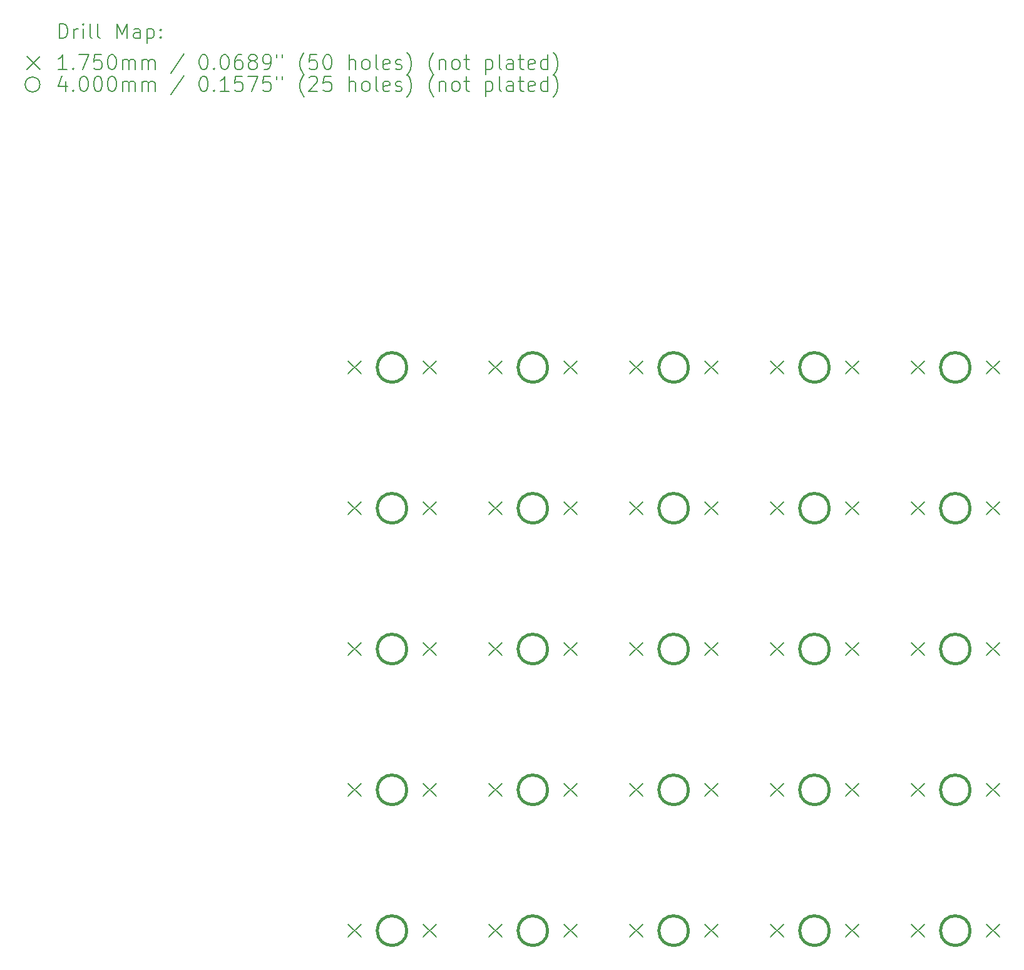
<source format=gbr>
%TF.GenerationSoftware,KiCad,Pcbnew,8.0.6*%
%TF.CreationDate,2024-10-21T09:57:55+07:00*%
%TF.ProjectId,CaiPad25_ESP32,43616950-6164-4323-955f-45535033322e,rev?*%
%TF.SameCoordinates,Original*%
%TF.FileFunction,Drillmap*%
%TF.FilePolarity,Positive*%
%FSLAX45Y45*%
G04 Gerber Fmt 4.5, Leading zero omitted, Abs format (unit mm)*
G04 Created by KiCad (PCBNEW 8.0.6) date 2024-10-21 09:57:55*
%MOMM*%
%LPD*%
G01*
G04 APERTURE LIST*
%ADD10C,0.200000*%
%ADD11C,0.175000*%
%ADD12C,0.400000*%
G04 APERTURE END LIST*
D10*
D11*
X4167000Y-4675000D02*
X4342000Y-4850000D01*
X4342000Y-4675000D02*
X4167000Y-4850000D01*
X4167000Y-6580000D02*
X4342000Y-6755000D01*
X4342000Y-6580000D02*
X4167000Y-6755000D01*
X4167000Y-8485000D02*
X4342000Y-8660000D01*
X4342000Y-8485000D02*
X4167000Y-8660000D01*
X4167000Y-10390000D02*
X4342000Y-10565000D01*
X4342000Y-10390000D02*
X4167000Y-10565000D01*
X4167000Y-12295000D02*
X4342000Y-12470000D01*
X4342000Y-12295000D02*
X4167000Y-12470000D01*
X5183000Y-4675000D02*
X5358000Y-4850000D01*
X5358000Y-4675000D02*
X5183000Y-4850000D01*
X5183000Y-6580000D02*
X5358000Y-6755000D01*
X5358000Y-6580000D02*
X5183000Y-6755000D01*
X5183000Y-8485000D02*
X5358000Y-8660000D01*
X5358000Y-8485000D02*
X5183000Y-8660000D01*
X5183000Y-10390000D02*
X5358000Y-10565000D01*
X5358000Y-10390000D02*
X5183000Y-10565000D01*
X5183000Y-12295000D02*
X5358000Y-12470000D01*
X5358000Y-12295000D02*
X5183000Y-12470000D01*
X6072000Y-4675000D02*
X6247000Y-4850000D01*
X6247000Y-4675000D02*
X6072000Y-4850000D01*
X6072000Y-6580000D02*
X6247000Y-6755000D01*
X6247000Y-6580000D02*
X6072000Y-6755000D01*
X6072000Y-8485000D02*
X6247000Y-8660000D01*
X6247000Y-8485000D02*
X6072000Y-8660000D01*
X6072000Y-10390000D02*
X6247000Y-10565000D01*
X6247000Y-10390000D02*
X6072000Y-10565000D01*
X6072000Y-12295000D02*
X6247000Y-12470000D01*
X6247000Y-12295000D02*
X6072000Y-12470000D01*
X7088000Y-4675000D02*
X7263000Y-4850000D01*
X7263000Y-4675000D02*
X7088000Y-4850000D01*
X7088000Y-6580000D02*
X7263000Y-6755000D01*
X7263000Y-6580000D02*
X7088000Y-6755000D01*
X7088000Y-8485000D02*
X7263000Y-8660000D01*
X7263000Y-8485000D02*
X7088000Y-8660000D01*
X7088000Y-10390000D02*
X7263000Y-10565000D01*
X7263000Y-10390000D02*
X7088000Y-10565000D01*
X7088000Y-12295000D02*
X7263000Y-12470000D01*
X7263000Y-12295000D02*
X7088000Y-12470000D01*
X7977000Y-4675000D02*
X8152000Y-4850000D01*
X8152000Y-4675000D02*
X7977000Y-4850000D01*
X7977000Y-6580000D02*
X8152000Y-6755000D01*
X8152000Y-6580000D02*
X7977000Y-6755000D01*
X7977000Y-8485000D02*
X8152000Y-8660000D01*
X8152000Y-8485000D02*
X7977000Y-8660000D01*
X7977000Y-10390000D02*
X8152000Y-10565000D01*
X8152000Y-10390000D02*
X7977000Y-10565000D01*
X7977000Y-12295000D02*
X8152000Y-12470000D01*
X8152000Y-12295000D02*
X7977000Y-12470000D01*
X8993000Y-4675000D02*
X9168000Y-4850000D01*
X9168000Y-4675000D02*
X8993000Y-4850000D01*
X8993000Y-6580000D02*
X9168000Y-6755000D01*
X9168000Y-6580000D02*
X8993000Y-6755000D01*
X8993000Y-8485000D02*
X9168000Y-8660000D01*
X9168000Y-8485000D02*
X8993000Y-8660000D01*
X8993000Y-10390000D02*
X9168000Y-10565000D01*
X9168000Y-10390000D02*
X8993000Y-10565000D01*
X8993000Y-12295000D02*
X9168000Y-12470000D01*
X9168000Y-12295000D02*
X8993000Y-12470000D01*
X9882000Y-4675000D02*
X10057000Y-4850000D01*
X10057000Y-4675000D02*
X9882000Y-4850000D01*
X9882000Y-6580000D02*
X10057000Y-6755000D01*
X10057000Y-6580000D02*
X9882000Y-6755000D01*
X9882000Y-8485000D02*
X10057000Y-8660000D01*
X10057000Y-8485000D02*
X9882000Y-8660000D01*
X9882000Y-10390000D02*
X10057000Y-10565000D01*
X10057000Y-10390000D02*
X9882000Y-10565000D01*
X9882000Y-12295000D02*
X10057000Y-12470000D01*
X10057000Y-12295000D02*
X9882000Y-12470000D01*
X10898000Y-4675000D02*
X11073000Y-4850000D01*
X11073000Y-4675000D02*
X10898000Y-4850000D01*
X10898000Y-6580000D02*
X11073000Y-6755000D01*
X11073000Y-6580000D02*
X10898000Y-6755000D01*
X10898000Y-8485000D02*
X11073000Y-8660000D01*
X11073000Y-8485000D02*
X10898000Y-8660000D01*
X10898000Y-10390000D02*
X11073000Y-10565000D01*
X11073000Y-10390000D02*
X10898000Y-10565000D01*
X10898000Y-12295000D02*
X11073000Y-12470000D01*
X11073000Y-12295000D02*
X10898000Y-12470000D01*
X11787000Y-4675000D02*
X11962000Y-4850000D01*
X11962000Y-4675000D02*
X11787000Y-4850000D01*
X11787000Y-6580000D02*
X11962000Y-6755000D01*
X11962000Y-6580000D02*
X11787000Y-6755000D01*
X11787000Y-8485000D02*
X11962000Y-8660000D01*
X11962000Y-8485000D02*
X11787000Y-8660000D01*
X11787000Y-10390000D02*
X11962000Y-10565000D01*
X11962000Y-10390000D02*
X11787000Y-10565000D01*
X11787000Y-12295000D02*
X11962000Y-12470000D01*
X11962000Y-12295000D02*
X11787000Y-12470000D01*
X12803000Y-4675000D02*
X12978000Y-4850000D01*
X12978000Y-4675000D02*
X12803000Y-4850000D01*
X12803000Y-6580000D02*
X12978000Y-6755000D01*
X12978000Y-6580000D02*
X12803000Y-6755000D01*
X12803000Y-8485000D02*
X12978000Y-8660000D01*
X12978000Y-8485000D02*
X12803000Y-8660000D01*
X12803000Y-10390000D02*
X12978000Y-10565000D01*
X12978000Y-10390000D02*
X12803000Y-10565000D01*
X12803000Y-12295000D02*
X12978000Y-12470000D01*
X12978000Y-12295000D02*
X12803000Y-12470000D01*
D12*
X4962500Y-4762500D02*
G75*
G02*
X4562500Y-4762500I-200000J0D01*
G01*
X4562500Y-4762500D02*
G75*
G02*
X4962500Y-4762500I200000J0D01*
G01*
X4962500Y-6667500D02*
G75*
G02*
X4562500Y-6667500I-200000J0D01*
G01*
X4562500Y-6667500D02*
G75*
G02*
X4962500Y-6667500I200000J0D01*
G01*
X4962500Y-8572500D02*
G75*
G02*
X4562500Y-8572500I-200000J0D01*
G01*
X4562500Y-8572500D02*
G75*
G02*
X4962500Y-8572500I200000J0D01*
G01*
X4962500Y-10477500D02*
G75*
G02*
X4562500Y-10477500I-200000J0D01*
G01*
X4562500Y-10477500D02*
G75*
G02*
X4962500Y-10477500I200000J0D01*
G01*
X4962500Y-12382500D02*
G75*
G02*
X4562500Y-12382500I-200000J0D01*
G01*
X4562500Y-12382500D02*
G75*
G02*
X4962500Y-12382500I200000J0D01*
G01*
X6867500Y-4762500D02*
G75*
G02*
X6467500Y-4762500I-200000J0D01*
G01*
X6467500Y-4762500D02*
G75*
G02*
X6867500Y-4762500I200000J0D01*
G01*
X6867500Y-6667500D02*
G75*
G02*
X6467500Y-6667500I-200000J0D01*
G01*
X6467500Y-6667500D02*
G75*
G02*
X6867500Y-6667500I200000J0D01*
G01*
X6867500Y-8572500D02*
G75*
G02*
X6467500Y-8572500I-200000J0D01*
G01*
X6467500Y-8572500D02*
G75*
G02*
X6867500Y-8572500I200000J0D01*
G01*
X6867500Y-10477500D02*
G75*
G02*
X6467500Y-10477500I-200000J0D01*
G01*
X6467500Y-10477500D02*
G75*
G02*
X6867500Y-10477500I200000J0D01*
G01*
X6867500Y-12382500D02*
G75*
G02*
X6467500Y-12382500I-200000J0D01*
G01*
X6467500Y-12382500D02*
G75*
G02*
X6867500Y-12382500I200000J0D01*
G01*
X8772500Y-4762500D02*
G75*
G02*
X8372500Y-4762500I-200000J0D01*
G01*
X8372500Y-4762500D02*
G75*
G02*
X8772500Y-4762500I200000J0D01*
G01*
X8772500Y-6667500D02*
G75*
G02*
X8372500Y-6667500I-200000J0D01*
G01*
X8372500Y-6667500D02*
G75*
G02*
X8772500Y-6667500I200000J0D01*
G01*
X8772500Y-8572500D02*
G75*
G02*
X8372500Y-8572500I-200000J0D01*
G01*
X8372500Y-8572500D02*
G75*
G02*
X8772500Y-8572500I200000J0D01*
G01*
X8772500Y-10477500D02*
G75*
G02*
X8372500Y-10477500I-200000J0D01*
G01*
X8372500Y-10477500D02*
G75*
G02*
X8772500Y-10477500I200000J0D01*
G01*
X8772500Y-12382500D02*
G75*
G02*
X8372500Y-12382500I-200000J0D01*
G01*
X8372500Y-12382500D02*
G75*
G02*
X8772500Y-12382500I200000J0D01*
G01*
X10677500Y-4762500D02*
G75*
G02*
X10277500Y-4762500I-200000J0D01*
G01*
X10277500Y-4762500D02*
G75*
G02*
X10677500Y-4762500I200000J0D01*
G01*
X10677500Y-6667500D02*
G75*
G02*
X10277500Y-6667500I-200000J0D01*
G01*
X10277500Y-6667500D02*
G75*
G02*
X10677500Y-6667500I200000J0D01*
G01*
X10677500Y-8572500D02*
G75*
G02*
X10277500Y-8572500I-200000J0D01*
G01*
X10277500Y-8572500D02*
G75*
G02*
X10677500Y-8572500I200000J0D01*
G01*
X10677500Y-10477500D02*
G75*
G02*
X10277500Y-10477500I-200000J0D01*
G01*
X10277500Y-10477500D02*
G75*
G02*
X10677500Y-10477500I200000J0D01*
G01*
X10677500Y-12382500D02*
G75*
G02*
X10277500Y-12382500I-200000J0D01*
G01*
X10277500Y-12382500D02*
G75*
G02*
X10677500Y-12382500I200000J0D01*
G01*
X12582500Y-4762500D02*
G75*
G02*
X12182500Y-4762500I-200000J0D01*
G01*
X12182500Y-4762500D02*
G75*
G02*
X12582500Y-4762500I200000J0D01*
G01*
X12582500Y-6667500D02*
G75*
G02*
X12182500Y-6667500I-200000J0D01*
G01*
X12182500Y-6667500D02*
G75*
G02*
X12582500Y-6667500I200000J0D01*
G01*
X12582500Y-8572500D02*
G75*
G02*
X12182500Y-8572500I-200000J0D01*
G01*
X12182500Y-8572500D02*
G75*
G02*
X12582500Y-8572500I200000J0D01*
G01*
X12582500Y-10477500D02*
G75*
G02*
X12182500Y-10477500I-200000J0D01*
G01*
X12182500Y-10477500D02*
G75*
G02*
X12582500Y-10477500I200000J0D01*
G01*
X12582500Y-12382500D02*
G75*
G02*
X12182500Y-12382500I-200000J0D01*
G01*
X12182500Y-12382500D02*
G75*
G02*
X12582500Y-12382500I200000J0D01*
G01*
D10*
X260777Y-311484D02*
X260777Y-111484D01*
X260777Y-111484D02*
X308396Y-111484D01*
X308396Y-111484D02*
X336967Y-121008D01*
X336967Y-121008D02*
X356015Y-140055D01*
X356015Y-140055D02*
X365539Y-159103D01*
X365539Y-159103D02*
X375062Y-197198D01*
X375062Y-197198D02*
X375062Y-225769D01*
X375062Y-225769D02*
X365539Y-263865D01*
X365539Y-263865D02*
X356015Y-282912D01*
X356015Y-282912D02*
X336967Y-301960D01*
X336967Y-301960D02*
X308396Y-311484D01*
X308396Y-311484D02*
X260777Y-311484D01*
X460777Y-311484D02*
X460777Y-178150D01*
X460777Y-216246D02*
X470301Y-197198D01*
X470301Y-197198D02*
X479824Y-187674D01*
X479824Y-187674D02*
X498872Y-178150D01*
X498872Y-178150D02*
X517920Y-178150D01*
X584586Y-311484D02*
X584586Y-178150D01*
X584586Y-111484D02*
X575063Y-121008D01*
X575063Y-121008D02*
X584586Y-130531D01*
X584586Y-130531D02*
X594110Y-121008D01*
X594110Y-121008D02*
X584586Y-111484D01*
X584586Y-111484D02*
X584586Y-130531D01*
X708396Y-311484D02*
X689348Y-301960D01*
X689348Y-301960D02*
X679824Y-282912D01*
X679824Y-282912D02*
X679824Y-111484D01*
X813158Y-311484D02*
X794110Y-301960D01*
X794110Y-301960D02*
X784586Y-282912D01*
X784586Y-282912D02*
X784586Y-111484D01*
X1041729Y-311484D02*
X1041729Y-111484D01*
X1041729Y-111484D02*
X1108396Y-254341D01*
X1108396Y-254341D02*
X1175063Y-111484D01*
X1175063Y-111484D02*
X1175063Y-311484D01*
X1356015Y-311484D02*
X1356015Y-206722D01*
X1356015Y-206722D02*
X1346491Y-187674D01*
X1346491Y-187674D02*
X1327444Y-178150D01*
X1327444Y-178150D02*
X1289348Y-178150D01*
X1289348Y-178150D02*
X1270301Y-187674D01*
X1356015Y-301960D02*
X1336967Y-311484D01*
X1336967Y-311484D02*
X1289348Y-311484D01*
X1289348Y-311484D02*
X1270301Y-301960D01*
X1270301Y-301960D02*
X1260777Y-282912D01*
X1260777Y-282912D02*
X1260777Y-263865D01*
X1260777Y-263865D02*
X1270301Y-244817D01*
X1270301Y-244817D02*
X1289348Y-235293D01*
X1289348Y-235293D02*
X1336967Y-235293D01*
X1336967Y-235293D02*
X1356015Y-225769D01*
X1451253Y-178150D02*
X1451253Y-378150D01*
X1451253Y-187674D02*
X1470301Y-178150D01*
X1470301Y-178150D02*
X1508396Y-178150D01*
X1508396Y-178150D02*
X1527443Y-187674D01*
X1527443Y-187674D02*
X1536967Y-197198D01*
X1536967Y-197198D02*
X1546491Y-216246D01*
X1546491Y-216246D02*
X1546491Y-273389D01*
X1546491Y-273389D02*
X1536967Y-292436D01*
X1536967Y-292436D02*
X1527443Y-301960D01*
X1527443Y-301960D02*
X1508396Y-311484D01*
X1508396Y-311484D02*
X1470301Y-311484D01*
X1470301Y-311484D02*
X1451253Y-301960D01*
X1632205Y-292436D02*
X1641729Y-301960D01*
X1641729Y-301960D02*
X1632205Y-311484D01*
X1632205Y-311484D02*
X1622682Y-301960D01*
X1622682Y-301960D02*
X1632205Y-292436D01*
X1632205Y-292436D02*
X1632205Y-311484D01*
X1632205Y-187674D02*
X1641729Y-197198D01*
X1641729Y-197198D02*
X1632205Y-206722D01*
X1632205Y-206722D02*
X1622682Y-197198D01*
X1622682Y-197198D02*
X1632205Y-187674D01*
X1632205Y-187674D02*
X1632205Y-206722D01*
D11*
X-175000Y-552500D02*
X0Y-727500D01*
X0Y-552500D02*
X-175000Y-727500D01*
D10*
X365539Y-731484D02*
X251253Y-731484D01*
X308396Y-731484D02*
X308396Y-531484D01*
X308396Y-531484D02*
X289348Y-560055D01*
X289348Y-560055D02*
X270301Y-579103D01*
X270301Y-579103D02*
X251253Y-588627D01*
X451253Y-712436D02*
X460777Y-721960D01*
X460777Y-721960D02*
X451253Y-731484D01*
X451253Y-731484D02*
X441729Y-721960D01*
X441729Y-721960D02*
X451253Y-712436D01*
X451253Y-712436D02*
X451253Y-731484D01*
X527444Y-531484D02*
X660777Y-531484D01*
X660777Y-531484D02*
X575063Y-731484D01*
X832205Y-531484D02*
X736967Y-531484D01*
X736967Y-531484D02*
X727443Y-626722D01*
X727443Y-626722D02*
X736967Y-617198D01*
X736967Y-617198D02*
X756015Y-607674D01*
X756015Y-607674D02*
X803634Y-607674D01*
X803634Y-607674D02*
X822682Y-617198D01*
X822682Y-617198D02*
X832205Y-626722D01*
X832205Y-626722D02*
X841729Y-645770D01*
X841729Y-645770D02*
X841729Y-693389D01*
X841729Y-693389D02*
X832205Y-712436D01*
X832205Y-712436D02*
X822682Y-721960D01*
X822682Y-721960D02*
X803634Y-731484D01*
X803634Y-731484D02*
X756015Y-731484D01*
X756015Y-731484D02*
X736967Y-721960D01*
X736967Y-721960D02*
X727443Y-712436D01*
X965539Y-531484D02*
X984586Y-531484D01*
X984586Y-531484D02*
X1003634Y-541008D01*
X1003634Y-541008D02*
X1013158Y-550531D01*
X1013158Y-550531D02*
X1022682Y-569579D01*
X1022682Y-569579D02*
X1032205Y-607674D01*
X1032205Y-607674D02*
X1032205Y-655293D01*
X1032205Y-655293D02*
X1022682Y-693389D01*
X1022682Y-693389D02*
X1013158Y-712436D01*
X1013158Y-712436D02*
X1003634Y-721960D01*
X1003634Y-721960D02*
X984586Y-731484D01*
X984586Y-731484D02*
X965539Y-731484D01*
X965539Y-731484D02*
X946491Y-721960D01*
X946491Y-721960D02*
X936967Y-712436D01*
X936967Y-712436D02*
X927443Y-693389D01*
X927443Y-693389D02*
X917920Y-655293D01*
X917920Y-655293D02*
X917920Y-607674D01*
X917920Y-607674D02*
X927443Y-569579D01*
X927443Y-569579D02*
X936967Y-550531D01*
X936967Y-550531D02*
X946491Y-541008D01*
X946491Y-541008D02*
X965539Y-531484D01*
X1117920Y-731484D02*
X1117920Y-598150D01*
X1117920Y-617198D02*
X1127444Y-607674D01*
X1127444Y-607674D02*
X1146491Y-598150D01*
X1146491Y-598150D02*
X1175063Y-598150D01*
X1175063Y-598150D02*
X1194110Y-607674D01*
X1194110Y-607674D02*
X1203634Y-626722D01*
X1203634Y-626722D02*
X1203634Y-731484D01*
X1203634Y-626722D02*
X1213158Y-607674D01*
X1213158Y-607674D02*
X1232205Y-598150D01*
X1232205Y-598150D02*
X1260777Y-598150D01*
X1260777Y-598150D02*
X1279825Y-607674D01*
X1279825Y-607674D02*
X1289348Y-626722D01*
X1289348Y-626722D02*
X1289348Y-731484D01*
X1384586Y-731484D02*
X1384586Y-598150D01*
X1384586Y-617198D02*
X1394110Y-607674D01*
X1394110Y-607674D02*
X1413158Y-598150D01*
X1413158Y-598150D02*
X1441729Y-598150D01*
X1441729Y-598150D02*
X1460777Y-607674D01*
X1460777Y-607674D02*
X1470301Y-626722D01*
X1470301Y-626722D02*
X1470301Y-731484D01*
X1470301Y-626722D02*
X1479824Y-607674D01*
X1479824Y-607674D02*
X1498872Y-598150D01*
X1498872Y-598150D02*
X1527443Y-598150D01*
X1527443Y-598150D02*
X1546491Y-607674D01*
X1546491Y-607674D02*
X1556015Y-626722D01*
X1556015Y-626722D02*
X1556015Y-731484D01*
X1946491Y-521960D02*
X1775063Y-779103D01*
X2203634Y-531484D02*
X2222682Y-531484D01*
X2222682Y-531484D02*
X2241729Y-541008D01*
X2241729Y-541008D02*
X2251253Y-550531D01*
X2251253Y-550531D02*
X2260777Y-569579D01*
X2260777Y-569579D02*
X2270301Y-607674D01*
X2270301Y-607674D02*
X2270301Y-655293D01*
X2270301Y-655293D02*
X2260777Y-693389D01*
X2260777Y-693389D02*
X2251253Y-712436D01*
X2251253Y-712436D02*
X2241729Y-721960D01*
X2241729Y-721960D02*
X2222682Y-731484D01*
X2222682Y-731484D02*
X2203634Y-731484D01*
X2203634Y-731484D02*
X2184587Y-721960D01*
X2184587Y-721960D02*
X2175063Y-712436D01*
X2175063Y-712436D02*
X2165539Y-693389D01*
X2165539Y-693389D02*
X2156015Y-655293D01*
X2156015Y-655293D02*
X2156015Y-607674D01*
X2156015Y-607674D02*
X2165539Y-569579D01*
X2165539Y-569579D02*
X2175063Y-550531D01*
X2175063Y-550531D02*
X2184587Y-541008D01*
X2184587Y-541008D02*
X2203634Y-531484D01*
X2356015Y-712436D02*
X2365539Y-721960D01*
X2365539Y-721960D02*
X2356015Y-731484D01*
X2356015Y-731484D02*
X2346491Y-721960D01*
X2346491Y-721960D02*
X2356015Y-712436D01*
X2356015Y-712436D02*
X2356015Y-731484D01*
X2489348Y-531484D02*
X2508396Y-531484D01*
X2508396Y-531484D02*
X2527444Y-541008D01*
X2527444Y-541008D02*
X2536968Y-550531D01*
X2536968Y-550531D02*
X2546491Y-569579D01*
X2546491Y-569579D02*
X2556015Y-607674D01*
X2556015Y-607674D02*
X2556015Y-655293D01*
X2556015Y-655293D02*
X2546491Y-693389D01*
X2546491Y-693389D02*
X2536968Y-712436D01*
X2536968Y-712436D02*
X2527444Y-721960D01*
X2527444Y-721960D02*
X2508396Y-731484D01*
X2508396Y-731484D02*
X2489348Y-731484D01*
X2489348Y-731484D02*
X2470301Y-721960D01*
X2470301Y-721960D02*
X2460777Y-712436D01*
X2460777Y-712436D02*
X2451253Y-693389D01*
X2451253Y-693389D02*
X2441729Y-655293D01*
X2441729Y-655293D02*
X2441729Y-607674D01*
X2441729Y-607674D02*
X2451253Y-569579D01*
X2451253Y-569579D02*
X2460777Y-550531D01*
X2460777Y-550531D02*
X2470301Y-541008D01*
X2470301Y-541008D02*
X2489348Y-531484D01*
X2727444Y-531484D02*
X2689348Y-531484D01*
X2689348Y-531484D02*
X2670301Y-541008D01*
X2670301Y-541008D02*
X2660777Y-550531D01*
X2660777Y-550531D02*
X2641729Y-579103D01*
X2641729Y-579103D02*
X2632206Y-617198D01*
X2632206Y-617198D02*
X2632206Y-693389D01*
X2632206Y-693389D02*
X2641729Y-712436D01*
X2641729Y-712436D02*
X2651253Y-721960D01*
X2651253Y-721960D02*
X2670301Y-731484D01*
X2670301Y-731484D02*
X2708396Y-731484D01*
X2708396Y-731484D02*
X2727444Y-721960D01*
X2727444Y-721960D02*
X2736968Y-712436D01*
X2736968Y-712436D02*
X2746491Y-693389D01*
X2746491Y-693389D02*
X2746491Y-645770D01*
X2746491Y-645770D02*
X2736968Y-626722D01*
X2736968Y-626722D02*
X2727444Y-617198D01*
X2727444Y-617198D02*
X2708396Y-607674D01*
X2708396Y-607674D02*
X2670301Y-607674D01*
X2670301Y-607674D02*
X2651253Y-617198D01*
X2651253Y-617198D02*
X2641729Y-626722D01*
X2641729Y-626722D02*
X2632206Y-645770D01*
X2860777Y-617198D02*
X2841729Y-607674D01*
X2841729Y-607674D02*
X2832206Y-598150D01*
X2832206Y-598150D02*
X2822682Y-579103D01*
X2822682Y-579103D02*
X2822682Y-569579D01*
X2822682Y-569579D02*
X2832206Y-550531D01*
X2832206Y-550531D02*
X2841729Y-541008D01*
X2841729Y-541008D02*
X2860777Y-531484D01*
X2860777Y-531484D02*
X2898872Y-531484D01*
X2898872Y-531484D02*
X2917920Y-541008D01*
X2917920Y-541008D02*
X2927444Y-550531D01*
X2927444Y-550531D02*
X2936967Y-569579D01*
X2936967Y-569579D02*
X2936967Y-579103D01*
X2936967Y-579103D02*
X2927444Y-598150D01*
X2927444Y-598150D02*
X2917920Y-607674D01*
X2917920Y-607674D02*
X2898872Y-617198D01*
X2898872Y-617198D02*
X2860777Y-617198D01*
X2860777Y-617198D02*
X2841729Y-626722D01*
X2841729Y-626722D02*
X2832206Y-636246D01*
X2832206Y-636246D02*
X2822682Y-655293D01*
X2822682Y-655293D02*
X2822682Y-693389D01*
X2822682Y-693389D02*
X2832206Y-712436D01*
X2832206Y-712436D02*
X2841729Y-721960D01*
X2841729Y-721960D02*
X2860777Y-731484D01*
X2860777Y-731484D02*
X2898872Y-731484D01*
X2898872Y-731484D02*
X2917920Y-721960D01*
X2917920Y-721960D02*
X2927444Y-712436D01*
X2927444Y-712436D02*
X2936967Y-693389D01*
X2936967Y-693389D02*
X2936967Y-655293D01*
X2936967Y-655293D02*
X2927444Y-636246D01*
X2927444Y-636246D02*
X2917920Y-626722D01*
X2917920Y-626722D02*
X2898872Y-617198D01*
X3032206Y-731484D02*
X3070301Y-731484D01*
X3070301Y-731484D02*
X3089348Y-721960D01*
X3089348Y-721960D02*
X3098872Y-712436D01*
X3098872Y-712436D02*
X3117920Y-683865D01*
X3117920Y-683865D02*
X3127444Y-645770D01*
X3127444Y-645770D02*
X3127444Y-569579D01*
X3127444Y-569579D02*
X3117920Y-550531D01*
X3117920Y-550531D02*
X3108396Y-541008D01*
X3108396Y-541008D02*
X3089348Y-531484D01*
X3089348Y-531484D02*
X3051253Y-531484D01*
X3051253Y-531484D02*
X3032206Y-541008D01*
X3032206Y-541008D02*
X3022682Y-550531D01*
X3022682Y-550531D02*
X3013158Y-569579D01*
X3013158Y-569579D02*
X3013158Y-617198D01*
X3013158Y-617198D02*
X3022682Y-636246D01*
X3022682Y-636246D02*
X3032206Y-645770D01*
X3032206Y-645770D02*
X3051253Y-655293D01*
X3051253Y-655293D02*
X3089348Y-655293D01*
X3089348Y-655293D02*
X3108396Y-645770D01*
X3108396Y-645770D02*
X3117920Y-636246D01*
X3117920Y-636246D02*
X3127444Y-617198D01*
X3203634Y-531484D02*
X3203634Y-569579D01*
X3279825Y-531484D02*
X3279825Y-569579D01*
X3575063Y-807674D02*
X3565539Y-798150D01*
X3565539Y-798150D02*
X3546491Y-769579D01*
X3546491Y-769579D02*
X3536968Y-750531D01*
X3536968Y-750531D02*
X3527444Y-721960D01*
X3527444Y-721960D02*
X3517920Y-674341D01*
X3517920Y-674341D02*
X3517920Y-636246D01*
X3517920Y-636246D02*
X3527444Y-588627D01*
X3527444Y-588627D02*
X3536968Y-560055D01*
X3536968Y-560055D02*
X3546491Y-541008D01*
X3546491Y-541008D02*
X3565539Y-512436D01*
X3565539Y-512436D02*
X3575063Y-502912D01*
X3746491Y-531484D02*
X3651253Y-531484D01*
X3651253Y-531484D02*
X3641729Y-626722D01*
X3641729Y-626722D02*
X3651253Y-617198D01*
X3651253Y-617198D02*
X3670301Y-607674D01*
X3670301Y-607674D02*
X3717920Y-607674D01*
X3717920Y-607674D02*
X3736968Y-617198D01*
X3736968Y-617198D02*
X3746491Y-626722D01*
X3746491Y-626722D02*
X3756015Y-645770D01*
X3756015Y-645770D02*
X3756015Y-693389D01*
X3756015Y-693389D02*
X3746491Y-712436D01*
X3746491Y-712436D02*
X3736968Y-721960D01*
X3736968Y-721960D02*
X3717920Y-731484D01*
X3717920Y-731484D02*
X3670301Y-731484D01*
X3670301Y-731484D02*
X3651253Y-721960D01*
X3651253Y-721960D02*
X3641729Y-712436D01*
X3879825Y-531484D02*
X3898872Y-531484D01*
X3898872Y-531484D02*
X3917920Y-541008D01*
X3917920Y-541008D02*
X3927444Y-550531D01*
X3927444Y-550531D02*
X3936968Y-569579D01*
X3936968Y-569579D02*
X3946491Y-607674D01*
X3946491Y-607674D02*
X3946491Y-655293D01*
X3946491Y-655293D02*
X3936968Y-693389D01*
X3936968Y-693389D02*
X3927444Y-712436D01*
X3927444Y-712436D02*
X3917920Y-721960D01*
X3917920Y-721960D02*
X3898872Y-731484D01*
X3898872Y-731484D02*
X3879825Y-731484D01*
X3879825Y-731484D02*
X3860777Y-721960D01*
X3860777Y-721960D02*
X3851253Y-712436D01*
X3851253Y-712436D02*
X3841729Y-693389D01*
X3841729Y-693389D02*
X3832206Y-655293D01*
X3832206Y-655293D02*
X3832206Y-607674D01*
X3832206Y-607674D02*
X3841729Y-569579D01*
X3841729Y-569579D02*
X3851253Y-550531D01*
X3851253Y-550531D02*
X3860777Y-541008D01*
X3860777Y-541008D02*
X3879825Y-531484D01*
X4184587Y-731484D02*
X4184587Y-531484D01*
X4270301Y-731484D02*
X4270301Y-626722D01*
X4270301Y-626722D02*
X4260777Y-607674D01*
X4260777Y-607674D02*
X4241730Y-598150D01*
X4241730Y-598150D02*
X4213158Y-598150D01*
X4213158Y-598150D02*
X4194110Y-607674D01*
X4194110Y-607674D02*
X4184587Y-617198D01*
X4394111Y-731484D02*
X4375063Y-721960D01*
X4375063Y-721960D02*
X4365539Y-712436D01*
X4365539Y-712436D02*
X4356015Y-693389D01*
X4356015Y-693389D02*
X4356015Y-636246D01*
X4356015Y-636246D02*
X4365539Y-617198D01*
X4365539Y-617198D02*
X4375063Y-607674D01*
X4375063Y-607674D02*
X4394111Y-598150D01*
X4394111Y-598150D02*
X4422682Y-598150D01*
X4422682Y-598150D02*
X4441730Y-607674D01*
X4441730Y-607674D02*
X4451253Y-617198D01*
X4451253Y-617198D02*
X4460777Y-636246D01*
X4460777Y-636246D02*
X4460777Y-693389D01*
X4460777Y-693389D02*
X4451253Y-712436D01*
X4451253Y-712436D02*
X4441730Y-721960D01*
X4441730Y-721960D02*
X4422682Y-731484D01*
X4422682Y-731484D02*
X4394111Y-731484D01*
X4575063Y-731484D02*
X4556015Y-721960D01*
X4556015Y-721960D02*
X4546492Y-702912D01*
X4546492Y-702912D02*
X4546492Y-531484D01*
X4727444Y-721960D02*
X4708396Y-731484D01*
X4708396Y-731484D02*
X4670301Y-731484D01*
X4670301Y-731484D02*
X4651253Y-721960D01*
X4651253Y-721960D02*
X4641730Y-702912D01*
X4641730Y-702912D02*
X4641730Y-626722D01*
X4641730Y-626722D02*
X4651253Y-607674D01*
X4651253Y-607674D02*
X4670301Y-598150D01*
X4670301Y-598150D02*
X4708396Y-598150D01*
X4708396Y-598150D02*
X4727444Y-607674D01*
X4727444Y-607674D02*
X4736968Y-626722D01*
X4736968Y-626722D02*
X4736968Y-645770D01*
X4736968Y-645770D02*
X4641730Y-664817D01*
X4813158Y-721960D02*
X4832206Y-731484D01*
X4832206Y-731484D02*
X4870301Y-731484D01*
X4870301Y-731484D02*
X4889349Y-721960D01*
X4889349Y-721960D02*
X4898873Y-702912D01*
X4898873Y-702912D02*
X4898873Y-693389D01*
X4898873Y-693389D02*
X4889349Y-674341D01*
X4889349Y-674341D02*
X4870301Y-664817D01*
X4870301Y-664817D02*
X4841730Y-664817D01*
X4841730Y-664817D02*
X4822682Y-655293D01*
X4822682Y-655293D02*
X4813158Y-636246D01*
X4813158Y-636246D02*
X4813158Y-626722D01*
X4813158Y-626722D02*
X4822682Y-607674D01*
X4822682Y-607674D02*
X4841730Y-598150D01*
X4841730Y-598150D02*
X4870301Y-598150D01*
X4870301Y-598150D02*
X4889349Y-607674D01*
X4965539Y-807674D02*
X4975063Y-798150D01*
X4975063Y-798150D02*
X4994111Y-769579D01*
X4994111Y-769579D02*
X5003634Y-750531D01*
X5003634Y-750531D02*
X5013158Y-721960D01*
X5013158Y-721960D02*
X5022682Y-674341D01*
X5022682Y-674341D02*
X5022682Y-636246D01*
X5022682Y-636246D02*
X5013158Y-588627D01*
X5013158Y-588627D02*
X5003634Y-560055D01*
X5003634Y-560055D02*
X4994111Y-541008D01*
X4994111Y-541008D02*
X4975063Y-512436D01*
X4975063Y-512436D02*
X4965539Y-502912D01*
X5327444Y-807674D02*
X5317920Y-798150D01*
X5317920Y-798150D02*
X5298873Y-769579D01*
X5298873Y-769579D02*
X5289349Y-750531D01*
X5289349Y-750531D02*
X5279825Y-721960D01*
X5279825Y-721960D02*
X5270301Y-674341D01*
X5270301Y-674341D02*
X5270301Y-636246D01*
X5270301Y-636246D02*
X5279825Y-588627D01*
X5279825Y-588627D02*
X5289349Y-560055D01*
X5289349Y-560055D02*
X5298873Y-541008D01*
X5298873Y-541008D02*
X5317920Y-512436D01*
X5317920Y-512436D02*
X5327444Y-502912D01*
X5403634Y-598150D02*
X5403634Y-731484D01*
X5403634Y-617198D02*
X5413158Y-607674D01*
X5413158Y-607674D02*
X5432206Y-598150D01*
X5432206Y-598150D02*
X5460777Y-598150D01*
X5460777Y-598150D02*
X5479825Y-607674D01*
X5479825Y-607674D02*
X5489349Y-626722D01*
X5489349Y-626722D02*
X5489349Y-731484D01*
X5613158Y-731484D02*
X5594111Y-721960D01*
X5594111Y-721960D02*
X5584587Y-712436D01*
X5584587Y-712436D02*
X5575063Y-693389D01*
X5575063Y-693389D02*
X5575063Y-636246D01*
X5575063Y-636246D02*
X5584587Y-617198D01*
X5584587Y-617198D02*
X5594111Y-607674D01*
X5594111Y-607674D02*
X5613158Y-598150D01*
X5613158Y-598150D02*
X5641730Y-598150D01*
X5641730Y-598150D02*
X5660777Y-607674D01*
X5660777Y-607674D02*
X5670301Y-617198D01*
X5670301Y-617198D02*
X5679825Y-636246D01*
X5679825Y-636246D02*
X5679825Y-693389D01*
X5679825Y-693389D02*
X5670301Y-712436D01*
X5670301Y-712436D02*
X5660777Y-721960D01*
X5660777Y-721960D02*
X5641730Y-731484D01*
X5641730Y-731484D02*
X5613158Y-731484D01*
X5736968Y-598150D02*
X5813158Y-598150D01*
X5765539Y-531484D02*
X5765539Y-702912D01*
X5765539Y-702912D02*
X5775063Y-721960D01*
X5775063Y-721960D02*
X5794111Y-731484D01*
X5794111Y-731484D02*
X5813158Y-731484D01*
X6032206Y-598150D02*
X6032206Y-798150D01*
X6032206Y-607674D02*
X6051253Y-598150D01*
X6051253Y-598150D02*
X6089349Y-598150D01*
X6089349Y-598150D02*
X6108396Y-607674D01*
X6108396Y-607674D02*
X6117920Y-617198D01*
X6117920Y-617198D02*
X6127444Y-636246D01*
X6127444Y-636246D02*
X6127444Y-693389D01*
X6127444Y-693389D02*
X6117920Y-712436D01*
X6117920Y-712436D02*
X6108396Y-721960D01*
X6108396Y-721960D02*
X6089349Y-731484D01*
X6089349Y-731484D02*
X6051253Y-731484D01*
X6051253Y-731484D02*
X6032206Y-721960D01*
X6241730Y-731484D02*
X6222682Y-721960D01*
X6222682Y-721960D02*
X6213158Y-702912D01*
X6213158Y-702912D02*
X6213158Y-531484D01*
X6403634Y-731484D02*
X6403634Y-626722D01*
X6403634Y-626722D02*
X6394111Y-607674D01*
X6394111Y-607674D02*
X6375063Y-598150D01*
X6375063Y-598150D02*
X6336968Y-598150D01*
X6336968Y-598150D02*
X6317920Y-607674D01*
X6403634Y-721960D02*
X6384587Y-731484D01*
X6384587Y-731484D02*
X6336968Y-731484D01*
X6336968Y-731484D02*
X6317920Y-721960D01*
X6317920Y-721960D02*
X6308396Y-702912D01*
X6308396Y-702912D02*
X6308396Y-683865D01*
X6308396Y-683865D02*
X6317920Y-664817D01*
X6317920Y-664817D02*
X6336968Y-655293D01*
X6336968Y-655293D02*
X6384587Y-655293D01*
X6384587Y-655293D02*
X6403634Y-645770D01*
X6470301Y-598150D02*
X6546492Y-598150D01*
X6498873Y-531484D02*
X6498873Y-702912D01*
X6498873Y-702912D02*
X6508396Y-721960D01*
X6508396Y-721960D02*
X6527444Y-731484D01*
X6527444Y-731484D02*
X6546492Y-731484D01*
X6689349Y-721960D02*
X6670301Y-731484D01*
X6670301Y-731484D02*
X6632206Y-731484D01*
X6632206Y-731484D02*
X6613158Y-721960D01*
X6613158Y-721960D02*
X6603634Y-702912D01*
X6603634Y-702912D02*
X6603634Y-626722D01*
X6603634Y-626722D02*
X6613158Y-607674D01*
X6613158Y-607674D02*
X6632206Y-598150D01*
X6632206Y-598150D02*
X6670301Y-598150D01*
X6670301Y-598150D02*
X6689349Y-607674D01*
X6689349Y-607674D02*
X6698873Y-626722D01*
X6698873Y-626722D02*
X6698873Y-645770D01*
X6698873Y-645770D02*
X6603634Y-664817D01*
X6870301Y-731484D02*
X6870301Y-531484D01*
X6870301Y-721960D02*
X6851254Y-731484D01*
X6851254Y-731484D02*
X6813158Y-731484D01*
X6813158Y-731484D02*
X6794111Y-721960D01*
X6794111Y-721960D02*
X6784587Y-712436D01*
X6784587Y-712436D02*
X6775063Y-693389D01*
X6775063Y-693389D02*
X6775063Y-636246D01*
X6775063Y-636246D02*
X6784587Y-617198D01*
X6784587Y-617198D02*
X6794111Y-607674D01*
X6794111Y-607674D02*
X6813158Y-598150D01*
X6813158Y-598150D02*
X6851254Y-598150D01*
X6851254Y-598150D02*
X6870301Y-607674D01*
X6946492Y-807674D02*
X6956015Y-798150D01*
X6956015Y-798150D02*
X6975063Y-769579D01*
X6975063Y-769579D02*
X6984587Y-750531D01*
X6984587Y-750531D02*
X6994111Y-721960D01*
X6994111Y-721960D02*
X7003634Y-674341D01*
X7003634Y-674341D02*
X7003634Y-636246D01*
X7003634Y-636246D02*
X6994111Y-588627D01*
X6994111Y-588627D02*
X6984587Y-560055D01*
X6984587Y-560055D02*
X6975063Y-541008D01*
X6975063Y-541008D02*
X6956015Y-512436D01*
X6956015Y-512436D02*
X6946492Y-502912D01*
X0Y-935000D02*
G75*
G02*
X-200000Y-935000I-100000J0D01*
G01*
X-200000Y-935000D02*
G75*
G02*
X0Y-935000I100000J0D01*
G01*
X346491Y-893150D02*
X346491Y-1026484D01*
X298872Y-816960D02*
X251253Y-959817D01*
X251253Y-959817D02*
X375062Y-959817D01*
X451253Y-1007436D02*
X460777Y-1016960D01*
X460777Y-1016960D02*
X451253Y-1026484D01*
X451253Y-1026484D02*
X441729Y-1016960D01*
X441729Y-1016960D02*
X451253Y-1007436D01*
X451253Y-1007436D02*
X451253Y-1026484D01*
X584586Y-826484D02*
X603634Y-826484D01*
X603634Y-826484D02*
X622682Y-836008D01*
X622682Y-836008D02*
X632205Y-845531D01*
X632205Y-845531D02*
X641729Y-864579D01*
X641729Y-864579D02*
X651253Y-902674D01*
X651253Y-902674D02*
X651253Y-950293D01*
X651253Y-950293D02*
X641729Y-988388D01*
X641729Y-988388D02*
X632205Y-1007436D01*
X632205Y-1007436D02*
X622682Y-1016960D01*
X622682Y-1016960D02*
X603634Y-1026484D01*
X603634Y-1026484D02*
X584586Y-1026484D01*
X584586Y-1026484D02*
X565539Y-1016960D01*
X565539Y-1016960D02*
X556015Y-1007436D01*
X556015Y-1007436D02*
X546491Y-988388D01*
X546491Y-988388D02*
X536967Y-950293D01*
X536967Y-950293D02*
X536967Y-902674D01*
X536967Y-902674D02*
X546491Y-864579D01*
X546491Y-864579D02*
X556015Y-845531D01*
X556015Y-845531D02*
X565539Y-836008D01*
X565539Y-836008D02*
X584586Y-826484D01*
X775062Y-826484D02*
X794110Y-826484D01*
X794110Y-826484D02*
X813158Y-836008D01*
X813158Y-836008D02*
X822682Y-845531D01*
X822682Y-845531D02*
X832205Y-864579D01*
X832205Y-864579D02*
X841729Y-902674D01*
X841729Y-902674D02*
X841729Y-950293D01*
X841729Y-950293D02*
X832205Y-988388D01*
X832205Y-988388D02*
X822682Y-1007436D01*
X822682Y-1007436D02*
X813158Y-1016960D01*
X813158Y-1016960D02*
X794110Y-1026484D01*
X794110Y-1026484D02*
X775062Y-1026484D01*
X775062Y-1026484D02*
X756015Y-1016960D01*
X756015Y-1016960D02*
X746491Y-1007436D01*
X746491Y-1007436D02*
X736967Y-988388D01*
X736967Y-988388D02*
X727443Y-950293D01*
X727443Y-950293D02*
X727443Y-902674D01*
X727443Y-902674D02*
X736967Y-864579D01*
X736967Y-864579D02*
X746491Y-845531D01*
X746491Y-845531D02*
X756015Y-836008D01*
X756015Y-836008D02*
X775062Y-826484D01*
X965539Y-826484D02*
X984586Y-826484D01*
X984586Y-826484D02*
X1003634Y-836008D01*
X1003634Y-836008D02*
X1013158Y-845531D01*
X1013158Y-845531D02*
X1022682Y-864579D01*
X1022682Y-864579D02*
X1032205Y-902674D01*
X1032205Y-902674D02*
X1032205Y-950293D01*
X1032205Y-950293D02*
X1022682Y-988388D01*
X1022682Y-988388D02*
X1013158Y-1007436D01*
X1013158Y-1007436D02*
X1003634Y-1016960D01*
X1003634Y-1016960D02*
X984586Y-1026484D01*
X984586Y-1026484D02*
X965539Y-1026484D01*
X965539Y-1026484D02*
X946491Y-1016960D01*
X946491Y-1016960D02*
X936967Y-1007436D01*
X936967Y-1007436D02*
X927443Y-988388D01*
X927443Y-988388D02*
X917920Y-950293D01*
X917920Y-950293D02*
X917920Y-902674D01*
X917920Y-902674D02*
X927443Y-864579D01*
X927443Y-864579D02*
X936967Y-845531D01*
X936967Y-845531D02*
X946491Y-836008D01*
X946491Y-836008D02*
X965539Y-826484D01*
X1117920Y-1026484D02*
X1117920Y-893150D01*
X1117920Y-912198D02*
X1127444Y-902674D01*
X1127444Y-902674D02*
X1146491Y-893150D01*
X1146491Y-893150D02*
X1175063Y-893150D01*
X1175063Y-893150D02*
X1194110Y-902674D01*
X1194110Y-902674D02*
X1203634Y-921722D01*
X1203634Y-921722D02*
X1203634Y-1026484D01*
X1203634Y-921722D02*
X1213158Y-902674D01*
X1213158Y-902674D02*
X1232205Y-893150D01*
X1232205Y-893150D02*
X1260777Y-893150D01*
X1260777Y-893150D02*
X1279825Y-902674D01*
X1279825Y-902674D02*
X1289348Y-921722D01*
X1289348Y-921722D02*
X1289348Y-1026484D01*
X1384586Y-1026484D02*
X1384586Y-893150D01*
X1384586Y-912198D02*
X1394110Y-902674D01*
X1394110Y-902674D02*
X1413158Y-893150D01*
X1413158Y-893150D02*
X1441729Y-893150D01*
X1441729Y-893150D02*
X1460777Y-902674D01*
X1460777Y-902674D02*
X1470301Y-921722D01*
X1470301Y-921722D02*
X1470301Y-1026484D01*
X1470301Y-921722D02*
X1479824Y-902674D01*
X1479824Y-902674D02*
X1498872Y-893150D01*
X1498872Y-893150D02*
X1527443Y-893150D01*
X1527443Y-893150D02*
X1546491Y-902674D01*
X1546491Y-902674D02*
X1556015Y-921722D01*
X1556015Y-921722D02*
X1556015Y-1026484D01*
X1946491Y-816960D02*
X1775063Y-1074103D01*
X2203634Y-826484D02*
X2222682Y-826484D01*
X2222682Y-826484D02*
X2241729Y-836008D01*
X2241729Y-836008D02*
X2251253Y-845531D01*
X2251253Y-845531D02*
X2260777Y-864579D01*
X2260777Y-864579D02*
X2270301Y-902674D01*
X2270301Y-902674D02*
X2270301Y-950293D01*
X2270301Y-950293D02*
X2260777Y-988388D01*
X2260777Y-988388D02*
X2251253Y-1007436D01*
X2251253Y-1007436D02*
X2241729Y-1016960D01*
X2241729Y-1016960D02*
X2222682Y-1026484D01*
X2222682Y-1026484D02*
X2203634Y-1026484D01*
X2203634Y-1026484D02*
X2184587Y-1016960D01*
X2184587Y-1016960D02*
X2175063Y-1007436D01*
X2175063Y-1007436D02*
X2165539Y-988388D01*
X2165539Y-988388D02*
X2156015Y-950293D01*
X2156015Y-950293D02*
X2156015Y-902674D01*
X2156015Y-902674D02*
X2165539Y-864579D01*
X2165539Y-864579D02*
X2175063Y-845531D01*
X2175063Y-845531D02*
X2184587Y-836008D01*
X2184587Y-836008D02*
X2203634Y-826484D01*
X2356015Y-1007436D02*
X2365539Y-1016960D01*
X2365539Y-1016960D02*
X2356015Y-1026484D01*
X2356015Y-1026484D02*
X2346491Y-1016960D01*
X2346491Y-1016960D02*
X2356015Y-1007436D01*
X2356015Y-1007436D02*
X2356015Y-1026484D01*
X2556015Y-1026484D02*
X2441729Y-1026484D01*
X2498872Y-1026484D02*
X2498872Y-826484D01*
X2498872Y-826484D02*
X2479825Y-855055D01*
X2479825Y-855055D02*
X2460777Y-874103D01*
X2460777Y-874103D02*
X2441729Y-883627D01*
X2736968Y-826484D02*
X2641729Y-826484D01*
X2641729Y-826484D02*
X2632206Y-921722D01*
X2632206Y-921722D02*
X2641729Y-912198D01*
X2641729Y-912198D02*
X2660777Y-902674D01*
X2660777Y-902674D02*
X2708396Y-902674D01*
X2708396Y-902674D02*
X2727444Y-912198D01*
X2727444Y-912198D02*
X2736968Y-921722D01*
X2736968Y-921722D02*
X2746491Y-940769D01*
X2746491Y-940769D02*
X2746491Y-988388D01*
X2746491Y-988388D02*
X2736968Y-1007436D01*
X2736968Y-1007436D02*
X2727444Y-1016960D01*
X2727444Y-1016960D02*
X2708396Y-1026484D01*
X2708396Y-1026484D02*
X2660777Y-1026484D01*
X2660777Y-1026484D02*
X2641729Y-1016960D01*
X2641729Y-1016960D02*
X2632206Y-1007436D01*
X2813158Y-826484D02*
X2946491Y-826484D01*
X2946491Y-826484D02*
X2860777Y-1026484D01*
X3117920Y-826484D02*
X3022682Y-826484D01*
X3022682Y-826484D02*
X3013158Y-921722D01*
X3013158Y-921722D02*
X3022682Y-912198D01*
X3022682Y-912198D02*
X3041729Y-902674D01*
X3041729Y-902674D02*
X3089348Y-902674D01*
X3089348Y-902674D02*
X3108396Y-912198D01*
X3108396Y-912198D02*
X3117920Y-921722D01*
X3117920Y-921722D02*
X3127444Y-940769D01*
X3127444Y-940769D02*
X3127444Y-988388D01*
X3127444Y-988388D02*
X3117920Y-1007436D01*
X3117920Y-1007436D02*
X3108396Y-1016960D01*
X3108396Y-1016960D02*
X3089348Y-1026484D01*
X3089348Y-1026484D02*
X3041729Y-1026484D01*
X3041729Y-1026484D02*
X3022682Y-1016960D01*
X3022682Y-1016960D02*
X3013158Y-1007436D01*
X3203634Y-826484D02*
X3203634Y-864579D01*
X3279825Y-826484D02*
X3279825Y-864579D01*
X3575063Y-1102674D02*
X3565539Y-1093150D01*
X3565539Y-1093150D02*
X3546491Y-1064579D01*
X3546491Y-1064579D02*
X3536968Y-1045531D01*
X3536968Y-1045531D02*
X3527444Y-1016960D01*
X3527444Y-1016960D02*
X3517920Y-969341D01*
X3517920Y-969341D02*
X3517920Y-931246D01*
X3517920Y-931246D02*
X3527444Y-883627D01*
X3527444Y-883627D02*
X3536968Y-855055D01*
X3536968Y-855055D02*
X3546491Y-836008D01*
X3546491Y-836008D02*
X3565539Y-807436D01*
X3565539Y-807436D02*
X3575063Y-797912D01*
X3641729Y-845531D02*
X3651253Y-836008D01*
X3651253Y-836008D02*
X3670301Y-826484D01*
X3670301Y-826484D02*
X3717920Y-826484D01*
X3717920Y-826484D02*
X3736968Y-836008D01*
X3736968Y-836008D02*
X3746491Y-845531D01*
X3746491Y-845531D02*
X3756015Y-864579D01*
X3756015Y-864579D02*
X3756015Y-883627D01*
X3756015Y-883627D02*
X3746491Y-912198D01*
X3746491Y-912198D02*
X3632206Y-1026484D01*
X3632206Y-1026484D02*
X3756015Y-1026484D01*
X3936968Y-826484D02*
X3841729Y-826484D01*
X3841729Y-826484D02*
X3832206Y-921722D01*
X3832206Y-921722D02*
X3841729Y-912198D01*
X3841729Y-912198D02*
X3860777Y-902674D01*
X3860777Y-902674D02*
X3908396Y-902674D01*
X3908396Y-902674D02*
X3927444Y-912198D01*
X3927444Y-912198D02*
X3936968Y-921722D01*
X3936968Y-921722D02*
X3946491Y-940769D01*
X3946491Y-940769D02*
X3946491Y-988388D01*
X3946491Y-988388D02*
X3936968Y-1007436D01*
X3936968Y-1007436D02*
X3927444Y-1016960D01*
X3927444Y-1016960D02*
X3908396Y-1026484D01*
X3908396Y-1026484D02*
X3860777Y-1026484D01*
X3860777Y-1026484D02*
X3841729Y-1016960D01*
X3841729Y-1016960D02*
X3832206Y-1007436D01*
X4184587Y-1026484D02*
X4184587Y-826484D01*
X4270301Y-1026484D02*
X4270301Y-921722D01*
X4270301Y-921722D02*
X4260777Y-902674D01*
X4260777Y-902674D02*
X4241730Y-893150D01*
X4241730Y-893150D02*
X4213158Y-893150D01*
X4213158Y-893150D02*
X4194110Y-902674D01*
X4194110Y-902674D02*
X4184587Y-912198D01*
X4394111Y-1026484D02*
X4375063Y-1016960D01*
X4375063Y-1016960D02*
X4365539Y-1007436D01*
X4365539Y-1007436D02*
X4356015Y-988388D01*
X4356015Y-988388D02*
X4356015Y-931246D01*
X4356015Y-931246D02*
X4365539Y-912198D01*
X4365539Y-912198D02*
X4375063Y-902674D01*
X4375063Y-902674D02*
X4394111Y-893150D01*
X4394111Y-893150D02*
X4422682Y-893150D01*
X4422682Y-893150D02*
X4441730Y-902674D01*
X4441730Y-902674D02*
X4451253Y-912198D01*
X4451253Y-912198D02*
X4460777Y-931246D01*
X4460777Y-931246D02*
X4460777Y-988388D01*
X4460777Y-988388D02*
X4451253Y-1007436D01*
X4451253Y-1007436D02*
X4441730Y-1016960D01*
X4441730Y-1016960D02*
X4422682Y-1026484D01*
X4422682Y-1026484D02*
X4394111Y-1026484D01*
X4575063Y-1026484D02*
X4556015Y-1016960D01*
X4556015Y-1016960D02*
X4546492Y-997912D01*
X4546492Y-997912D02*
X4546492Y-826484D01*
X4727444Y-1016960D02*
X4708396Y-1026484D01*
X4708396Y-1026484D02*
X4670301Y-1026484D01*
X4670301Y-1026484D02*
X4651253Y-1016960D01*
X4651253Y-1016960D02*
X4641730Y-997912D01*
X4641730Y-997912D02*
X4641730Y-921722D01*
X4641730Y-921722D02*
X4651253Y-902674D01*
X4651253Y-902674D02*
X4670301Y-893150D01*
X4670301Y-893150D02*
X4708396Y-893150D01*
X4708396Y-893150D02*
X4727444Y-902674D01*
X4727444Y-902674D02*
X4736968Y-921722D01*
X4736968Y-921722D02*
X4736968Y-940769D01*
X4736968Y-940769D02*
X4641730Y-959817D01*
X4813158Y-1016960D02*
X4832206Y-1026484D01*
X4832206Y-1026484D02*
X4870301Y-1026484D01*
X4870301Y-1026484D02*
X4889349Y-1016960D01*
X4889349Y-1016960D02*
X4898873Y-997912D01*
X4898873Y-997912D02*
X4898873Y-988388D01*
X4898873Y-988388D02*
X4889349Y-969341D01*
X4889349Y-969341D02*
X4870301Y-959817D01*
X4870301Y-959817D02*
X4841730Y-959817D01*
X4841730Y-959817D02*
X4822682Y-950293D01*
X4822682Y-950293D02*
X4813158Y-931246D01*
X4813158Y-931246D02*
X4813158Y-921722D01*
X4813158Y-921722D02*
X4822682Y-902674D01*
X4822682Y-902674D02*
X4841730Y-893150D01*
X4841730Y-893150D02*
X4870301Y-893150D01*
X4870301Y-893150D02*
X4889349Y-902674D01*
X4965539Y-1102674D02*
X4975063Y-1093150D01*
X4975063Y-1093150D02*
X4994111Y-1064579D01*
X4994111Y-1064579D02*
X5003634Y-1045531D01*
X5003634Y-1045531D02*
X5013158Y-1016960D01*
X5013158Y-1016960D02*
X5022682Y-969341D01*
X5022682Y-969341D02*
X5022682Y-931246D01*
X5022682Y-931246D02*
X5013158Y-883627D01*
X5013158Y-883627D02*
X5003634Y-855055D01*
X5003634Y-855055D02*
X4994111Y-836008D01*
X4994111Y-836008D02*
X4975063Y-807436D01*
X4975063Y-807436D02*
X4965539Y-797912D01*
X5327444Y-1102674D02*
X5317920Y-1093150D01*
X5317920Y-1093150D02*
X5298873Y-1064579D01*
X5298873Y-1064579D02*
X5289349Y-1045531D01*
X5289349Y-1045531D02*
X5279825Y-1016960D01*
X5279825Y-1016960D02*
X5270301Y-969341D01*
X5270301Y-969341D02*
X5270301Y-931246D01*
X5270301Y-931246D02*
X5279825Y-883627D01*
X5279825Y-883627D02*
X5289349Y-855055D01*
X5289349Y-855055D02*
X5298873Y-836008D01*
X5298873Y-836008D02*
X5317920Y-807436D01*
X5317920Y-807436D02*
X5327444Y-797912D01*
X5403634Y-893150D02*
X5403634Y-1026484D01*
X5403634Y-912198D02*
X5413158Y-902674D01*
X5413158Y-902674D02*
X5432206Y-893150D01*
X5432206Y-893150D02*
X5460777Y-893150D01*
X5460777Y-893150D02*
X5479825Y-902674D01*
X5479825Y-902674D02*
X5489349Y-921722D01*
X5489349Y-921722D02*
X5489349Y-1026484D01*
X5613158Y-1026484D02*
X5594111Y-1016960D01*
X5594111Y-1016960D02*
X5584587Y-1007436D01*
X5584587Y-1007436D02*
X5575063Y-988388D01*
X5575063Y-988388D02*
X5575063Y-931246D01*
X5575063Y-931246D02*
X5584587Y-912198D01*
X5584587Y-912198D02*
X5594111Y-902674D01*
X5594111Y-902674D02*
X5613158Y-893150D01*
X5613158Y-893150D02*
X5641730Y-893150D01*
X5641730Y-893150D02*
X5660777Y-902674D01*
X5660777Y-902674D02*
X5670301Y-912198D01*
X5670301Y-912198D02*
X5679825Y-931246D01*
X5679825Y-931246D02*
X5679825Y-988388D01*
X5679825Y-988388D02*
X5670301Y-1007436D01*
X5670301Y-1007436D02*
X5660777Y-1016960D01*
X5660777Y-1016960D02*
X5641730Y-1026484D01*
X5641730Y-1026484D02*
X5613158Y-1026484D01*
X5736968Y-893150D02*
X5813158Y-893150D01*
X5765539Y-826484D02*
X5765539Y-997912D01*
X5765539Y-997912D02*
X5775063Y-1016960D01*
X5775063Y-1016960D02*
X5794111Y-1026484D01*
X5794111Y-1026484D02*
X5813158Y-1026484D01*
X6032206Y-893150D02*
X6032206Y-1093150D01*
X6032206Y-902674D02*
X6051253Y-893150D01*
X6051253Y-893150D02*
X6089349Y-893150D01*
X6089349Y-893150D02*
X6108396Y-902674D01*
X6108396Y-902674D02*
X6117920Y-912198D01*
X6117920Y-912198D02*
X6127444Y-931246D01*
X6127444Y-931246D02*
X6127444Y-988388D01*
X6127444Y-988388D02*
X6117920Y-1007436D01*
X6117920Y-1007436D02*
X6108396Y-1016960D01*
X6108396Y-1016960D02*
X6089349Y-1026484D01*
X6089349Y-1026484D02*
X6051253Y-1026484D01*
X6051253Y-1026484D02*
X6032206Y-1016960D01*
X6241730Y-1026484D02*
X6222682Y-1016960D01*
X6222682Y-1016960D02*
X6213158Y-997912D01*
X6213158Y-997912D02*
X6213158Y-826484D01*
X6403634Y-1026484D02*
X6403634Y-921722D01*
X6403634Y-921722D02*
X6394111Y-902674D01*
X6394111Y-902674D02*
X6375063Y-893150D01*
X6375063Y-893150D02*
X6336968Y-893150D01*
X6336968Y-893150D02*
X6317920Y-902674D01*
X6403634Y-1016960D02*
X6384587Y-1026484D01*
X6384587Y-1026484D02*
X6336968Y-1026484D01*
X6336968Y-1026484D02*
X6317920Y-1016960D01*
X6317920Y-1016960D02*
X6308396Y-997912D01*
X6308396Y-997912D02*
X6308396Y-978865D01*
X6308396Y-978865D02*
X6317920Y-959817D01*
X6317920Y-959817D02*
X6336968Y-950293D01*
X6336968Y-950293D02*
X6384587Y-950293D01*
X6384587Y-950293D02*
X6403634Y-940769D01*
X6470301Y-893150D02*
X6546492Y-893150D01*
X6498873Y-826484D02*
X6498873Y-997912D01*
X6498873Y-997912D02*
X6508396Y-1016960D01*
X6508396Y-1016960D02*
X6527444Y-1026484D01*
X6527444Y-1026484D02*
X6546492Y-1026484D01*
X6689349Y-1016960D02*
X6670301Y-1026484D01*
X6670301Y-1026484D02*
X6632206Y-1026484D01*
X6632206Y-1026484D02*
X6613158Y-1016960D01*
X6613158Y-1016960D02*
X6603634Y-997912D01*
X6603634Y-997912D02*
X6603634Y-921722D01*
X6603634Y-921722D02*
X6613158Y-902674D01*
X6613158Y-902674D02*
X6632206Y-893150D01*
X6632206Y-893150D02*
X6670301Y-893150D01*
X6670301Y-893150D02*
X6689349Y-902674D01*
X6689349Y-902674D02*
X6698873Y-921722D01*
X6698873Y-921722D02*
X6698873Y-940769D01*
X6698873Y-940769D02*
X6603634Y-959817D01*
X6870301Y-1026484D02*
X6870301Y-826484D01*
X6870301Y-1016960D02*
X6851254Y-1026484D01*
X6851254Y-1026484D02*
X6813158Y-1026484D01*
X6813158Y-1026484D02*
X6794111Y-1016960D01*
X6794111Y-1016960D02*
X6784587Y-1007436D01*
X6784587Y-1007436D02*
X6775063Y-988388D01*
X6775063Y-988388D02*
X6775063Y-931246D01*
X6775063Y-931246D02*
X6784587Y-912198D01*
X6784587Y-912198D02*
X6794111Y-902674D01*
X6794111Y-902674D02*
X6813158Y-893150D01*
X6813158Y-893150D02*
X6851254Y-893150D01*
X6851254Y-893150D02*
X6870301Y-902674D01*
X6946492Y-1102674D02*
X6956015Y-1093150D01*
X6956015Y-1093150D02*
X6975063Y-1064579D01*
X6975063Y-1064579D02*
X6984587Y-1045531D01*
X6984587Y-1045531D02*
X6994111Y-1016960D01*
X6994111Y-1016960D02*
X7003634Y-969341D01*
X7003634Y-969341D02*
X7003634Y-931246D01*
X7003634Y-931246D02*
X6994111Y-883627D01*
X6994111Y-883627D02*
X6984587Y-855055D01*
X6984587Y-855055D02*
X6975063Y-836008D01*
X6975063Y-836008D02*
X6956015Y-807436D01*
X6956015Y-807436D02*
X6946492Y-797912D01*
M02*

</source>
